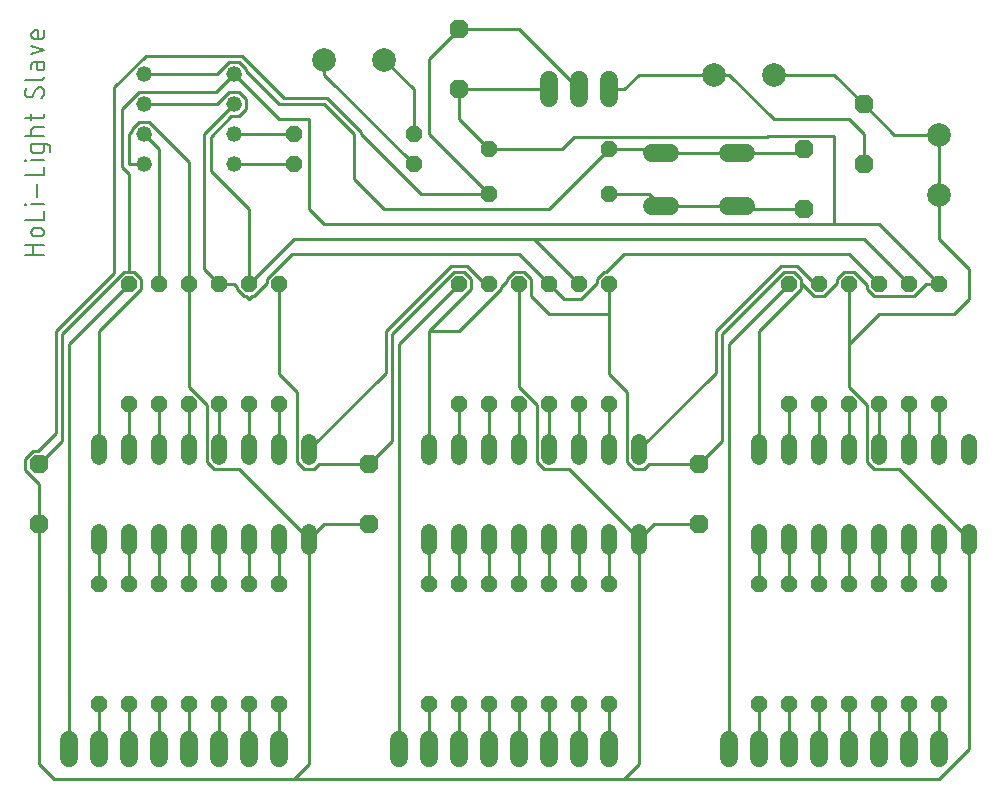
<source format=gbr>
G04 EAGLE Gerber RS-274X export*
G75*
%MOMM*%
%FSLAX34Y34*%
%LPD*%
%INTop Copper*%
%IPPOS*%
%AMOC8*
5,1,8,0,0,1.08239X$1,22.5*%
G01*
%ADD10C,0.152400*%
%ADD11P,1.732040X8X292.500000*%
%ADD12P,1.732040X8X112.500000*%
%ADD13C,1.320800*%
%ADD14C,1.524000*%
%ADD15P,1.429621X8X112.500000*%
%ADD16P,1.429621X8X292.500000*%
%ADD17P,1.429621X8X202.500000*%
%ADD18P,1.429621X8X22.500000*%
%ADD19C,1.320800*%
%ADD20C,2.000000*%
%ADD21C,0.254000*%


D10*
X42418Y456446D02*
X26162Y456446D01*
X33387Y456446D02*
X33387Y465477D01*
X26162Y465477D02*
X42418Y465477D01*
X38806Y472459D02*
X35193Y472459D01*
X35193Y472460D02*
X35074Y472462D01*
X34954Y472468D01*
X34835Y472478D01*
X34717Y472492D01*
X34598Y472509D01*
X34481Y472531D01*
X34364Y472556D01*
X34249Y472586D01*
X34134Y472619D01*
X34020Y472656D01*
X33908Y472696D01*
X33797Y472741D01*
X33688Y472789D01*
X33580Y472840D01*
X33474Y472895D01*
X33370Y472954D01*
X33268Y473016D01*
X33168Y473081D01*
X33070Y473150D01*
X32974Y473222D01*
X32881Y473297D01*
X32791Y473374D01*
X32703Y473455D01*
X32618Y473539D01*
X32536Y473626D01*
X32456Y473715D01*
X32380Y473807D01*
X32306Y473901D01*
X32236Y473998D01*
X32169Y474096D01*
X32105Y474197D01*
X32045Y474301D01*
X31988Y474406D01*
X31935Y474513D01*
X31885Y474621D01*
X31839Y474731D01*
X31797Y474843D01*
X31758Y474956D01*
X31723Y475070D01*
X31692Y475185D01*
X31664Y475302D01*
X31641Y475419D01*
X31621Y475536D01*
X31605Y475655D01*
X31593Y475774D01*
X31585Y475893D01*
X31581Y476012D01*
X31581Y476132D01*
X31585Y476251D01*
X31593Y476370D01*
X31605Y476489D01*
X31621Y476608D01*
X31641Y476725D01*
X31664Y476842D01*
X31692Y476959D01*
X31723Y477074D01*
X31758Y477188D01*
X31797Y477301D01*
X31839Y477413D01*
X31885Y477523D01*
X31935Y477631D01*
X31988Y477738D01*
X32045Y477843D01*
X32105Y477947D01*
X32169Y478048D01*
X32236Y478146D01*
X32306Y478243D01*
X32380Y478337D01*
X32456Y478429D01*
X32536Y478518D01*
X32618Y478605D01*
X32703Y478689D01*
X32791Y478770D01*
X32881Y478847D01*
X32974Y478922D01*
X33070Y478994D01*
X33168Y479063D01*
X33268Y479128D01*
X33370Y479190D01*
X33474Y479249D01*
X33580Y479304D01*
X33688Y479355D01*
X33797Y479403D01*
X33908Y479448D01*
X34020Y479488D01*
X34134Y479525D01*
X34249Y479558D01*
X34364Y479588D01*
X34481Y479613D01*
X34598Y479635D01*
X34717Y479652D01*
X34835Y479666D01*
X34954Y479676D01*
X35074Y479682D01*
X35193Y479684D01*
X38806Y479684D01*
X38925Y479682D01*
X39045Y479676D01*
X39164Y479666D01*
X39282Y479652D01*
X39401Y479635D01*
X39518Y479613D01*
X39635Y479588D01*
X39750Y479558D01*
X39865Y479525D01*
X39979Y479488D01*
X40091Y479448D01*
X40202Y479403D01*
X40311Y479355D01*
X40419Y479304D01*
X40525Y479249D01*
X40629Y479190D01*
X40731Y479128D01*
X40831Y479063D01*
X40929Y478994D01*
X41025Y478922D01*
X41118Y478847D01*
X41208Y478770D01*
X41296Y478689D01*
X41381Y478605D01*
X41463Y478518D01*
X41543Y478429D01*
X41619Y478337D01*
X41693Y478243D01*
X41763Y478146D01*
X41830Y478048D01*
X41894Y477947D01*
X41954Y477843D01*
X42011Y477738D01*
X42064Y477631D01*
X42114Y477523D01*
X42160Y477413D01*
X42202Y477301D01*
X42241Y477188D01*
X42276Y477074D01*
X42307Y476959D01*
X42335Y476842D01*
X42358Y476725D01*
X42378Y476608D01*
X42394Y476489D01*
X42406Y476370D01*
X42414Y476251D01*
X42418Y476132D01*
X42418Y476012D01*
X42414Y475893D01*
X42406Y475774D01*
X42394Y475655D01*
X42378Y475536D01*
X42358Y475419D01*
X42335Y475302D01*
X42307Y475185D01*
X42276Y475070D01*
X42241Y474956D01*
X42202Y474843D01*
X42160Y474731D01*
X42114Y474621D01*
X42064Y474513D01*
X42011Y474406D01*
X41954Y474301D01*
X41894Y474197D01*
X41830Y474096D01*
X41763Y473998D01*
X41693Y473901D01*
X41619Y473807D01*
X41543Y473715D01*
X41463Y473626D01*
X41381Y473539D01*
X41296Y473455D01*
X41208Y473374D01*
X41118Y473297D01*
X41025Y473222D01*
X40929Y473150D01*
X40831Y473081D01*
X40731Y473016D01*
X40629Y472954D01*
X40525Y472895D01*
X40419Y472840D01*
X40311Y472789D01*
X40202Y472741D01*
X40091Y472696D01*
X39979Y472656D01*
X39865Y472619D01*
X39750Y472586D01*
X39635Y472556D01*
X39518Y472531D01*
X39401Y472509D01*
X39282Y472492D01*
X39164Y472478D01*
X39045Y472468D01*
X38925Y472462D01*
X38806Y472460D01*
X42418Y486696D02*
X26162Y486696D01*
X42418Y486696D02*
X42418Y493921D01*
X42418Y499518D02*
X31581Y499518D01*
X27065Y499067D02*
X26162Y499067D01*
X26162Y499970D01*
X27065Y499970D01*
X27065Y499067D01*
X36096Y506084D02*
X36096Y516921D01*
X42418Y524211D02*
X26162Y524211D01*
X42418Y524211D02*
X42418Y531436D01*
X42418Y537033D02*
X31581Y537033D01*
X27065Y536582D02*
X26162Y536582D01*
X26162Y537485D01*
X27065Y537485D01*
X27065Y536582D01*
X42418Y545957D02*
X42418Y550472D01*
X42418Y545957D02*
X42416Y545856D01*
X42410Y545755D01*
X42401Y545654D01*
X42388Y545553D01*
X42371Y545453D01*
X42350Y545354D01*
X42326Y545256D01*
X42298Y545159D01*
X42266Y545062D01*
X42231Y544967D01*
X42192Y544874D01*
X42150Y544782D01*
X42104Y544691D01*
X42055Y544603D01*
X42003Y544516D01*
X41947Y544431D01*
X41889Y544348D01*
X41827Y544268D01*
X41762Y544190D01*
X41695Y544114D01*
X41625Y544041D01*
X41552Y543971D01*
X41476Y543904D01*
X41398Y543839D01*
X41318Y543777D01*
X41235Y543719D01*
X41150Y543663D01*
X41063Y543611D01*
X40975Y543562D01*
X40884Y543516D01*
X40792Y543474D01*
X40699Y543435D01*
X40604Y543400D01*
X40507Y543368D01*
X40410Y543340D01*
X40312Y543316D01*
X40213Y543295D01*
X40113Y543278D01*
X40012Y543265D01*
X39911Y543256D01*
X39810Y543250D01*
X39709Y543248D01*
X39709Y543247D02*
X34290Y543247D01*
X34290Y543248D02*
X34189Y543250D01*
X34088Y543256D01*
X33987Y543265D01*
X33886Y543278D01*
X33786Y543295D01*
X33687Y543316D01*
X33589Y543340D01*
X33492Y543368D01*
X33395Y543400D01*
X33300Y543435D01*
X33207Y543474D01*
X33115Y543516D01*
X33024Y543562D01*
X32936Y543611D01*
X32849Y543663D01*
X32764Y543719D01*
X32681Y543777D01*
X32601Y543839D01*
X32523Y543904D01*
X32447Y543971D01*
X32374Y544041D01*
X32304Y544114D01*
X32237Y544190D01*
X32172Y544268D01*
X32110Y544348D01*
X32052Y544431D01*
X31996Y544516D01*
X31944Y544603D01*
X31895Y544691D01*
X31849Y544782D01*
X31807Y544874D01*
X31768Y544967D01*
X31733Y545062D01*
X31701Y545159D01*
X31673Y545256D01*
X31649Y545354D01*
X31628Y545453D01*
X31611Y545553D01*
X31598Y545654D01*
X31589Y545755D01*
X31583Y545856D01*
X31581Y545957D01*
X31581Y550472D01*
X45127Y550472D01*
X45228Y550470D01*
X45329Y550464D01*
X45430Y550455D01*
X45531Y550442D01*
X45631Y550425D01*
X45730Y550404D01*
X45828Y550380D01*
X45925Y550352D01*
X46022Y550320D01*
X46117Y550285D01*
X46210Y550246D01*
X46302Y550204D01*
X46393Y550158D01*
X46482Y550109D01*
X46568Y550057D01*
X46653Y550001D01*
X46736Y549943D01*
X46816Y549881D01*
X46894Y549816D01*
X46970Y549749D01*
X47043Y549679D01*
X47113Y549606D01*
X47180Y549530D01*
X47245Y549452D01*
X47307Y549372D01*
X47365Y549289D01*
X47421Y549204D01*
X47473Y549118D01*
X47522Y549029D01*
X47568Y548938D01*
X47610Y548846D01*
X47649Y548753D01*
X47684Y548658D01*
X47716Y548561D01*
X47744Y548464D01*
X47768Y548366D01*
X47789Y548267D01*
X47806Y548167D01*
X47819Y548066D01*
X47828Y547965D01*
X47834Y547864D01*
X47836Y547763D01*
X47837Y547763D02*
X47837Y544151D01*
X42418Y557910D02*
X26162Y557910D01*
X31581Y557910D02*
X31581Y562425D01*
X31583Y562529D01*
X31589Y562632D01*
X31599Y562736D01*
X31613Y562839D01*
X31631Y562941D01*
X31652Y563042D01*
X31678Y563143D01*
X31707Y563242D01*
X31740Y563341D01*
X31777Y563438D01*
X31818Y563533D01*
X31862Y563627D01*
X31910Y563719D01*
X31961Y563809D01*
X32016Y563898D01*
X32074Y563984D01*
X32136Y564067D01*
X32200Y564149D01*
X32268Y564227D01*
X32338Y564303D01*
X32411Y564377D01*
X32488Y564447D01*
X32566Y564515D01*
X32648Y564579D01*
X32731Y564641D01*
X32817Y564699D01*
X32906Y564754D01*
X32996Y564805D01*
X33088Y564853D01*
X33182Y564897D01*
X33277Y564938D01*
X33374Y564975D01*
X33473Y565008D01*
X33572Y565037D01*
X33673Y565063D01*
X33774Y565084D01*
X33876Y565102D01*
X33979Y565116D01*
X34083Y565126D01*
X34186Y565132D01*
X34290Y565134D01*
X34290Y565135D02*
X42418Y565135D01*
X31581Y570681D02*
X31581Y576099D01*
X26162Y572487D02*
X39709Y572487D01*
X39810Y572489D01*
X39911Y572495D01*
X40012Y572504D01*
X40113Y572517D01*
X40213Y572534D01*
X40312Y572555D01*
X40410Y572579D01*
X40507Y572607D01*
X40604Y572639D01*
X40699Y572674D01*
X40792Y572713D01*
X40884Y572755D01*
X40975Y572801D01*
X41063Y572850D01*
X41150Y572902D01*
X41235Y572958D01*
X41318Y573016D01*
X41398Y573078D01*
X41476Y573143D01*
X41552Y573210D01*
X41625Y573280D01*
X41695Y573353D01*
X41762Y573429D01*
X41827Y573507D01*
X41889Y573587D01*
X41947Y573670D01*
X42003Y573755D01*
X42055Y573842D01*
X42104Y573930D01*
X42150Y574021D01*
X42192Y574113D01*
X42231Y574206D01*
X42266Y574301D01*
X42298Y574398D01*
X42326Y574495D01*
X42350Y574593D01*
X42371Y574692D01*
X42388Y574792D01*
X42401Y574893D01*
X42410Y574994D01*
X42416Y575095D01*
X42418Y575196D01*
X42418Y576099D01*
X42418Y595251D02*
X42416Y595369D01*
X42410Y595487D01*
X42401Y595605D01*
X42387Y595722D01*
X42370Y595839D01*
X42349Y595956D01*
X42324Y596071D01*
X42295Y596186D01*
X42262Y596300D01*
X42226Y596412D01*
X42186Y596523D01*
X42143Y596633D01*
X42096Y596742D01*
X42046Y596849D01*
X41991Y596954D01*
X41934Y597057D01*
X41873Y597158D01*
X41809Y597258D01*
X41742Y597355D01*
X41672Y597450D01*
X41598Y597542D01*
X41522Y597633D01*
X41442Y597720D01*
X41360Y597805D01*
X41275Y597887D01*
X41188Y597967D01*
X41097Y598043D01*
X41005Y598117D01*
X40910Y598187D01*
X40813Y598254D01*
X40713Y598318D01*
X40612Y598379D01*
X40509Y598436D01*
X40404Y598491D01*
X40297Y598541D01*
X40188Y598588D01*
X40078Y598631D01*
X39967Y598671D01*
X39855Y598707D01*
X39741Y598740D01*
X39626Y598769D01*
X39511Y598794D01*
X39394Y598815D01*
X39277Y598832D01*
X39160Y598846D01*
X39042Y598855D01*
X38924Y598861D01*
X38806Y598863D01*
X42418Y595251D02*
X42416Y595068D01*
X42409Y594886D01*
X42398Y594704D01*
X42383Y594522D01*
X42363Y594340D01*
X42340Y594159D01*
X42311Y593979D01*
X42279Y593799D01*
X42242Y593620D01*
X42201Y593443D01*
X42155Y593266D01*
X42106Y593090D01*
X42052Y592916D01*
X41994Y592742D01*
X41932Y592571D01*
X41866Y592401D01*
X41795Y592232D01*
X41721Y592065D01*
X41643Y591900D01*
X41561Y591737D01*
X41475Y591576D01*
X41385Y591417D01*
X41291Y591260D01*
X41194Y591106D01*
X41093Y590954D01*
X40988Y590804D01*
X40880Y590657D01*
X40769Y590513D01*
X40654Y590371D01*
X40535Y590232D01*
X40413Y590096D01*
X40288Y589963D01*
X40160Y589833D01*
X29774Y590284D02*
X29656Y590286D01*
X29538Y590292D01*
X29420Y590301D01*
X29303Y590315D01*
X29186Y590332D01*
X29069Y590353D01*
X28954Y590378D01*
X28839Y590407D01*
X28725Y590440D01*
X28613Y590476D01*
X28502Y590516D01*
X28392Y590559D01*
X28283Y590606D01*
X28176Y590656D01*
X28071Y590711D01*
X27968Y590768D01*
X27867Y590829D01*
X27767Y590893D01*
X27670Y590960D01*
X27575Y591030D01*
X27483Y591104D01*
X27392Y591180D01*
X27305Y591260D01*
X27220Y591342D01*
X27138Y591427D01*
X27058Y591514D01*
X26982Y591605D01*
X26908Y591697D01*
X26838Y591792D01*
X26771Y591889D01*
X26707Y591989D01*
X26646Y592090D01*
X26589Y592193D01*
X26534Y592298D01*
X26484Y592405D01*
X26437Y592514D01*
X26394Y592624D01*
X26354Y592735D01*
X26318Y592847D01*
X26285Y592961D01*
X26256Y593076D01*
X26231Y593191D01*
X26210Y593308D01*
X26193Y593425D01*
X26179Y593542D01*
X26170Y593660D01*
X26164Y593778D01*
X26162Y593896D01*
X26164Y594057D01*
X26170Y594219D01*
X26179Y594380D01*
X26193Y594541D01*
X26210Y594701D01*
X26231Y594861D01*
X26256Y595021D01*
X26285Y595180D01*
X26317Y595338D01*
X26353Y595495D01*
X26393Y595651D01*
X26437Y595807D01*
X26485Y595961D01*
X26536Y596114D01*
X26590Y596266D01*
X26649Y596417D01*
X26710Y596566D01*
X26776Y596713D01*
X26845Y596859D01*
X26917Y597004D01*
X26993Y597146D01*
X27072Y597287D01*
X27154Y597426D01*
X27240Y597562D01*
X27329Y597697D01*
X27421Y597830D01*
X27517Y597960D01*
X32935Y592090D02*
X32873Y591989D01*
X32808Y591889D01*
X32739Y591792D01*
X32667Y591697D01*
X32593Y591604D01*
X32515Y591514D01*
X32434Y591426D01*
X32351Y591341D01*
X32265Y591259D01*
X32176Y591180D01*
X32085Y591103D01*
X31991Y591030D01*
X31895Y590959D01*
X31797Y590892D01*
X31697Y590828D01*
X31594Y590767D01*
X31490Y590710D01*
X31384Y590656D01*
X31276Y590606D01*
X31167Y590559D01*
X31056Y590515D01*
X30944Y590475D01*
X30830Y590439D01*
X30716Y590407D01*
X30600Y590378D01*
X30484Y590353D01*
X30367Y590332D01*
X30249Y590315D01*
X30131Y590301D01*
X30012Y590292D01*
X29893Y590286D01*
X29774Y590284D01*
X35645Y597057D02*
X35707Y597158D01*
X35772Y597258D01*
X35841Y597355D01*
X35913Y597450D01*
X35987Y597543D01*
X36065Y597633D01*
X36146Y597721D01*
X36229Y597806D01*
X36315Y597888D01*
X36404Y597967D01*
X36495Y598044D01*
X36589Y598117D01*
X36685Y598188D01*
X36783Y598255D01*
X36883Y598319D01*
X36986Y598380D01*
X37090Y598437D01*
X37196Y598491D01*
X37304Y598541D01*
X37413Y598588D01*
X37524Y598632D01*
X37636Y598672D01*
X37750Y598708D01*
X37864Y598740D01*
X37980Y598769D01*
X38096Y598794D01*
X38213Y598815D01*
X38331Y598832D01*
X38449Y598846D01*
X38568Y598855D01*
X38687Y598861D01*
X38806Y598863D01*
X35645Y597057D02*
X32935Y592090D01*
X26162Y605040D02*
X39709Y605040D01*
X39709Y605041D02*
X39810Y605043D01*
X39911Y605049D01*
X40012Y605058D01*
X40113Y605071D01*
X40213Y605088D01*
X40312Y605109D01*
X40410Y605133D01*
X40507Y605161D01*
X40604Y605193D01*
X40699Y605228D01*
X40792Y605267D01*
X40884Y605309D01*
X40975Y605355D01*
X41063Y605404D01*
X41150Y605456D01*
X41235Y605512D01*
X41318Y605570D01*
X41398Y605632D01*
X41476Y605697D01*
X41552Y605764D01*
X41625Y605834D01*
X41695Y605907D01*
X41762Y605983D01*
X41827Y606061D01*
X41889Y606141D01*
X41947Y606224D01*
X42003Y606309D01*
X42055Y606396D01*
X42104Y606484D01*
X42150Y606575D01*
X42192Y606667D01*
X42231Y606760D01*
X42266Y606855D01*
X42298Y606952D01*
X42326Y607049D01*
X42350Y607147D01*
X42371Y607246D01*
X42388Y607346D01*
X42401Y607447D01*
X42410Y607548D01*
X42416Y607649D01*
X42418Y607750D01*
X36096Y616228D02*
X36096Y620292D01*
X36096Y616228D02*
X36098Y616116D01*
X36104Y616005D01*
X36114Y615894D01*
X36127Y615783D01*
X36145Y615673D01*
X36167Y615564D01*
X36192Y615455D01*
X36221Y615347D01*
X36254Y615241D01*
X36291Y615135D01*
X36331Y615031D01*
X36375Y614929D01*
X36423Y614828D01*
X36474Y614729D01*
X36529Y614631D01*
X36587Y614536D01*
X36648Y614443D01*
X36713Y614352D01*
X36781Y614263D01*
X36852Y614177D01*
X36925Y614094D01*
X37002Y614013D01*
X37082Y613934D01*
X37164Y613859D01*
X37249Y613787D01*
X37336Y613717D01*
X37426Y613651D01*
X37518Y613588D01*
X37613Y613528D01*
X37709Y613472D01*
X37807Y613419D01*
X37907Y613370D01*
X38009Y613324D01*
X38112Y613282D01*
X38217Y613243D01*
X38323Y613208D01*
X38430Y613177D01*
X38538Y613150D01*
X38647Y613126D01*
X38757Y613107D01*
X38867Y613091D01*
X38978Y613079D01*
X39090Y613071D01*
X39201Y613067D01*
X39313Y613067D01*
X39424Y613071D01*
X39536Y613079D01*
X39647Y613091D01*
X39757Y613107D01*
X39867Y613126D01*
X39976Y613150D01*
X40084Y613177D01*
X40191Y613208D01*
X40297Y613243D01*
X40402Y613282D01*
X40505Y613324D01*
X40607Y613370D01*
X40707Y613419D01*
X40805Y613472D01*
X40901Y613528D01*
X40996Y613588D01*
X41088Y613651D01*
X41178Y613717D01*
X41265Y613787D01*
X41350Y613859D01*
X41432Y613934D01*
X41512Y614013D01*
X41589Y614094D01*
X41662Y614177D01*
X41733Y614263D01*
X41801Y614352D01*
X41866Y614443D01*
X41927Y614536D01*
X41985Y614631D01*
X42040Y614729D01*
X42091Y614828D01*
X42139Y614929D01*
X42183Y615031D01*
X42223Y615135D01*
X42260Y615241D01*
X42293Y615347D01*
X42322Y615455D01*
X42347Y615564D01*
X42369Y615673D01*
X42387Y615783D01*
X42400Y615894D01*
X42410Y616005D01*
X42416Y616116D01*
X42418Y616228D01*
X42418Y620292D01*
X34290Y620292D01*
X34290Y620291D02*
X34189Y620289D01*
X34088Y620283D01*
X33987Y620274D01*
X33886Y620261D01*
X33786Y620244D01*
X33687Y620223D01*
X33589Y620199D01*
X33492Y620171D01*
X33395Y620139D01*
X33300Y620104D01*
X33207Y620065D01*
X33115Y620023D01*
X33024Y619977D01*
X32936Y619928D01*
X32849Y619876D01*
X32764Y619820D01*
X32681Y619762D01*
X32601Y619700D01*
X32523Y619635D01*
X32447Y619568D01*
X32374Y619498D01*
X32304Y619425D01*
X32237Y619349D01*
X32172Y619271D01*
X32110Y619191D01*
X32052Y619108D01*
X31996Y619023D01*
X31944Y618937D01*
X31895Y618848D01*
X31849Y618757D01*
X31807Y618665D01*
X31768Y618572D01*
X31733Y618477D01*
X31701Y618380D01*
X31673Y618283D01*
X31649Y618185D01*
X31628Y618086D01*
X31611Y617986D01*
X31598Y617885D01*
X31589Y617784D01*
X31583Y617683D01*
X31581Y617582D01*
X31581Y613970D01*
X31581Y626687D02*
X42418Y630300D01*
X31581Y633912D01*
X42418Y642422D02*
X42418Y646938D01*
X42418Y642422D02*
X42416Y642321D01*
X42410Y642220D01*
X42401Y642119D01*
X42388Y642018D01*
X42371Y641918D01*
X42350Y641819D01*
X42326Y641721D01*
X42298Y641624D01*
X42266Y641527D01*
X42231Y641432D01*
X42192Y641339D01*
X42150Y641247D01*
X42104Y641156D01*
X42055Y641068D01*
X42003Y640981D01*
X41947Y640896D01*
X41889Y640813D01*
X41827Y640733D01*
X41762Y640655D01*
X41695Y640579D01*
X41625Y640506D01*
X41552Y640436D01*
X41476Y640369D01*
X41398Y640304D01*
X41318Y640242D01*
X41235Y640184D01*
X41150Y640128D01*
X41063Y640076D01*
X40975Y640027D01*
X40884Y639981D01*
X40792Y639939D01*
X40699Y639900D01*
X40604Y639865D01*
X40507Y639833D01*
X40410Y639805D01*
X40312Y639781D01*
X40213Y639760D01*
X40113Y639743D01*
X40012Y639730D01*
X39911Y639721D01*
X39810Y639715D01*
X39709Y639713D01*
X35193Y639713D01*
X35193Y639714D02*
X35074Y639716D01*
X34954Y639722D01*
X34835Y639732D01*
X34717Y639746D01*
X34598Y639763D01*
X34481Y639785D01*
X34364Y639810D01*
X34249Y639840D01*
X34134Y639873D01*
X34020Y639910D01*
X33908Y639950D01*
X33797Y639995D01*
X33688Y640043D01*
X33580Y640094D01*
X33474Y640149D01*
X33370Y640208D01*
X33268Y640270D01*
X33168Y640335D01*
X33070Y640404D01*
X32974Y640476D01*
X32881Y640551D01*
X32791Y640628D01*
X32703Y640709D01*
X32618Y640793D01*
X32536Y640880D01*
X32456Y640969D01*
X32380Y641061D01*
X32306Y641155D01*
X32236Y641252D01*
X32169Y641350D01*
X32105Y641451D01*
X32045Y641555D01*
X31988Y641660D01*
X31935Y641767D01*
X31885Y641875D01*
X31839Y641985D01*
X31797Y642097D01*
X31758Y642210D01*
X31723Y642324D01*
X31692Y642439D01*
X31664Y642556D01*
X31641Y642673D01*
X31621Y642790D01*
X31605Y642909D01*
X31593Y643028D01*
X31585Y643147D01*
X31581Y643266D01*
X31581Y643386D01*
X31585Y643505D01*
X31593Y643624D01*
X31605Y643743D01*
X31621Y643862D01*
X31641Y643979D01*
X31664Y644096D01*
X31692Y644213D01*
X31723Y644328D01*
X31758Y644442D01*
X31797Y644555D01*
X31839Y644667D01*
X31885Y644777D01*
X31935Y644885D01*
X31988Y644992D01*
X32045Y645097D01*
X32105Y645201D01*
X32169Y645302D01*
X32236Y645400D01*
X32306Y645497D01*
X32380Y645591D01*
X32456Y645683D01*
X32536Y645772D01*
X32618Y645859D01*
X32703Y645943D01*
X32791Y646024D01*
X32881Y646101D01*
X32974Y646176D01*
X33070Y646248D01*
X33168Y646317D01*
X33268Y646382D01*
X33370Y646444D01*
X33474Y646503D01*
X33580Y646558D01*
X33688Y646609D01*
X33797Y646657D01*
X33908Y646702D01*
X34020Y646742D01*
X34134Y646779D01*
X34249Y646812D01*
X34364Y646842D01*
X34481Y646867D01*
X34598Y646889D01*
X34717Y646906D01*
X34835Y646920D01*
X34954Y646930D01*
X35074Y646936D01*
X35193Y646938D01*
X36999Y646938D01*
X36999Y639713D01*
D11*
X317500Y279400D03*
X317500Y228600D03*
X596900Y279400D03*
X596900Y228600D03*
X736600Y584200D03*
X736600Y533400D03*
X393700Y647700D03*
X393700Y596900D03*
X38100Y279400D03*
X38100Y228600D03*
D12*
X685800Y495300D03*
X685800Y546100D03*
D13*
X368300Y222504D02*
X368300Y209296D01*
X393700Y209296D02*
X393700Y222504D01*
X520700Y222504D02*
X520700Y209296D01*
X546100Y209296D02*
X546100Y222504D01*
X419100Y222504D02*
X419100Y209296D01*
X444500Y209296D02*
X444500Y222504D01*
X495300Y222504D02*
X495300Y209296D01*
X469900Y209296D02*
X469900Y222504D01*
X546100Y285496D02*
X546100Y298704D01*
X520700Y298704D02*
X520700Y285496D01*
X495300Y285496D02*
X495300Y298704D01*
X469900Y298704D02*
X469900Y285496D01*
X444500Y285496D02*
X444500Y298704D01*
X419100Y298704D02*
X419100Y285496D01*
X393700Y285496D02*
X393700Y298704D01*
X368300Y298704D02*
X368300Y285496D01*
X88900Y222504D02*
X88900Y209296D01*
X114300Y209296D02*
X114300Y222504D01*
X241300Y222504D02*
X241300Y209296D01*
X266700Y209296D02*
X266700Y222504D01*
X139700Y222504D02*
X139700Y209296D01*
X165100Y209296D02*
X165100Y222504D01*
X215900Y222504D02*
X215900Y209296D01*
X190500Y209296D02*
X190500Y222504D01*
X266700Y285496D02*
X266700Y298704D01*
X241300Y298704D02*
X241300Y285496D01*
X215900Y285496D02*
X215900Y298704D01*
X190500Y298704D02*
X190500Y285496D01*
X165100Y285496D02*
X165100Y298704D01*
X139700Y298704D02*
X139700Y285496D01*
X114300Y285496D02*
X114300Y298704D01*
X88900Y298704D02*
X88900Y285496D01*
X647700Y222504D02*
X647700Y209296D01*
X673100Y209296D02*
X673100Y222504D01*
X800100Y222504D02*
X800100Y209296D01*
X825500Y209296D02*
X825500Y222504D01*
X698500Y222504D02*
X698500Y209296D01*
X723900Y209296D02*
X723900Y222504D01*
X774700Y222504D02*
X774700Y209296D01*
X749300Y209296D02*
X749300Y222504D01*
X825500Y285496D02*
X825500Y298704D01*
X800100Y298704D02*
X800100Y285496D01*
X774700Y285496D02*
X774700Y298704D01*
X749300Y298704D02*
X749300Y285496D01*
X723900Y285496D02*
X723900Y298704D01*
X698500Y298704D02*
X698500Y285496D01*
X673100Y285496D02*
X673100Y298704D01*
X647700Y298704D02*
X647700Y285496D01*
D14*
X520700Y589280D02*
X520700Y604520D01*
X495300Y604520D02*
X495300Y589280D01*
X469900Y589280D02*
X469900Y604520D01*
X63500Y45720D02*
X63500Y30480D01*
X88900Y30480D02*
X88900Y45720D01*
X114300Y45720D02*
X114300Y30480D01*
X139700Y30480D02*
X139700Y45720D01*
X165100Y45720D02*
X165100Y30480D01*
X190500Y30480D02*
X190500Y45720D01*
X215900Y45720D02*
X215900Y30480D01*
X241300Y30480D02*
X241300Y45720D01*
X342900Y45720D02*
X342900Y30480D01*
X368300Y30480D02*
X368300Y45720D01*
X393700Y45720D02*
X393700Y30480D01*
X419100Y30480D02*
X419100Y45720D01*
X444500Y45720D02*
X444500Y30480D01*
X469900Y30480D02*
X469900Y45720D01*
X495300Y45720D02*
X495300Y30480D01*
X520700Y30480D02*
X520700Y45720D01*
X622300Y45720D02*
X622300Y30480D01*
X647700Y30480D02*
X647700Y45720D01*
X673100Y45720D02*
X673100Y30480D01*
X698500Y30480D02*
X698500Y45720D01*
X723900Y45720D02*
X723900Y30480D01*
X749300Y30480D02*
X749300Y45720D01*
X774700Y45720D02*
X774700Y30480D01*
X800100Y30480D02*
X800100Y45720D01*
D15*
X114300Y330200D03*
X114300Y431800D03*
D16*
X139700Y431800D03*
X139700Y330200D03*
X241300Y431800D03*
X241300Y330200D03*
X215900Y431800D03*
X215900Y330200D03*
X190500Y431800D03*
X190500Y330200D03*
D15*
X393700Y330200D03*
X393700Y431800D03*
D16*
X368300Y177800D03*
X368300Y76200D03*
X393700Y177800D03*
X393700Y76200D03*
X419100Y177800D03*
X419100Y76200D03*
X444500Y177800D03*
X444500Y76200D03*
X469900Y177800D03*
X469900Y76200D03*
X88900Y177800D03*
X88900Y76200D03*
X495300Y177800D03*
X495300Y76200D03*
X520700Y177800D03*
X520700Y76200D03*
X444500Y431800D03*
X444500Y330200D03*
X419100Y431800D03*
X419100Y330200D03*
X520700Y431800D03*
X520700Y330200D03*
X495300Y431800D03*
X495300Y330200D03*
X469900Y431800D03*
X469900Y330200D03*
D15*
X673100Y330200D03*
X673100Y431800D03*
D16*
X647700Y177800D03*
X647700Y76200D03*
X673100Y177800D03*
X673100Y76200D03*
X114300Y177800D03*
X114300Y76200D03*
X698500Y177800D03*
X698500Y76200D03*
X723900Y177800D03*
X723900Y76200D03*
X749300Y177800D03*
X749300Y76200D03*
X774700Y177800D03*
X774700Y76200D03*
X800100Y177800D03*
X800100Y76200D03*
X723900Y431800D03*
X723900Y330200D03*
X698500Y431800D03*
X698500Y330200D03*
X800100Y431800D03*
X800100Y330200D03*
X774700Y431800D03*
X774700Y330200D03*
X749300Y431800D03*
X749300Y330200D03*
X139700Y177800D03*
X139700Y76200D03*
D17*
X355600Y533400D03*
X254000Y533400D03*
X355600Y558800D03*
X254000Y558800D03*
D18*
X419100Y546100D03*
X520700Y546100D03*
X419100Y508000D03*
X520700Y508000D03*
D16*
X165100Y177800D03*
X165100Y76200D03*
X190500Y177800D03*
X190500Y76200D03*
X215900Y177800D03*
X215900Y76200D03*
X241300Y177800D03*
X241300Y76200D03*
X165100Y431800D03*
X165100Y330200D03*
D14*
X621792Y498094D02*
X637032Y498094D01*
X637032Y543306D02*
X621792Y543306D01*
X572008Y498094D02*
X556768Y498094D01*
X556768Y543306D02*
X572008Y543306D01*
D19*
X127000Y609600D03*
X127000Y584200D03*
X203200Y584200D03*
X203200Y609600D03*
X127000Y558800D03*
X127000Y533400D03*
X203200Y558800D03*
X203200Y533400D03*
D20*
X330411Y622050D03*
X279611Y622050D03*
X799850Y507789D03*
X799850Y558589D03*
X660611Y609350D03*
X609811Y609350D03*
D21*
X114300Y330200D02*
X114300Y292100D01*
X88900Y215900D02*
X88900Y177800D01*
X114300Y177800D02*
X114300Y215900D01*
X139700Y215900D02*
X139700Y177800D01*
X165100Y177800D02*
X165100Y215900D01*
X190500Y215900D02*
X190500Y177800D01*
X215900Y177800D02*
X215900Y215900D01*
X241300Y215900D02*
X241300Y177800D01*
X165100Y292100D02*
X165100Y330200D01*
X38100Y228600D02*
X38100Y25400D01*
X50800Y12700D01*
X254000Y12700D01*
X266700Y25400D01*
X266700Y215900D01*
X254000Y12700D02*
X533400Y12700D01*
X546100Y25400D01*
X546100Y215900D01*
X533400Y12700D02*
X800100Y12700D01*
X825500Y38100D01*
X825500Y215900D01*
X279400Y228600D02*
X266700Y215900D01*
X279400Y228600D02*
X317500Y228600D01*
X546100Y215900D02*
X558800Y228600D01*
X596900Y228600D01*
X465692Y275336D02*
X459740Y281288D01*
X444500Y344568D02*
X444500Y431800D01*
X486664Y275336D02*
X546100Y215900D01*
X486664Y275336D02*
X465692Y275336D01*
X459740Y329328D02*
X444500Y344568D01*
X459740Y329328D02*
X459740Y281288D01*
X739140Y281288D02*
X745092Y275336D01*
X723900Y381000D02*
X723900Y431800D01*
X723900Y381000D02*
X723900Y344568D01*
X766064Y275336D02*
X825500Y215900D01*
X766064Y275336D02*
X745092Y275336D01*
X739140Y329328D02*
X723900Y344568D01*
X739140Y329328D02*
X739140Y281288D01*
X186292Y275336D02*
X180340Y281288D01*
X165100Y344568D02*
X165100Y431800D01*
X207264Y275336D02*
X266700Y215900D01*
X207264Y275336D02*
X186292Y275336D01*
X180340Y329328D02*
X165100Y344568D01*
X180340Y329328D02*
X180340Y281288D01*
X799850Y507789D02*
X799850Y558589D01*
X749300Y406400D02*
X723900Y381000D01*
X749300Y406400D02*
X812800Y406400D01*
X825500Y419100D01*
X799850Y470150D02*
X799850Y507789D01*
X825500Y444500D02*
X825500Y419100D01*
X825500Y444500D02*
X799850Y470150D01*
X131208Y568960D02*
X122792Y568960D01*
X116840Y563008D01*
X116840Y561340D01*
X114300Y558800D01*
X131208Y568960D02*
X165100Y535068D01*
X165100Y431800D01*
X114300Y533400D02*
X114300Y558800D01*
X114300Y533400D02*
X127000Y533400D01*
X26543Y284187D02*
X26543Y274613D01*
X26543Y284187D02*
X33313Y290957D01*
X38100Y263056D02*
X38100Y228600D01*
X36957Y290957D02*
X33313Y290957D01*
X26543Y274613D02*
X38100Y263056D01*
X52324Y306324D02*
X52324Y392095D01*
X101600Y441371D01*
X52324Y306324D02*
X36957Y290957D01*
X245283Y589788D02*
X209723Y625348D01*
X128380Y625348D01*
X101600Y598568D01*
X101600Y441371D01*
X361188Y508000D02*
X419100Y508000D01*
X310388Y558800D02*
X310388Y561115D01*
X310388Y558800D02*
X361188Y508000D01*
X310388Y561115D02*
X281715Y589788D01*
X245283Y589788D01*
X368300Y558800D02*
X419100Y508000D01*
X368300Y558800D02*
X368300Y622300D01*
X393700Y647700D01*
X444500Y647700D01*
X495300Y596900D01*
X762211Y558589D02*
X799850Y558589D01*
X762211Y558589D02*
X736600Y584200D01*
X711450Y609350D01*
X660611Y609350D01*
X114300Y441960D02*
X110092Y441960D01*
X114300Y441960D02*
X118508Y441960D01*
X124460Y436008D01*
X124460Y427592D01*
X88900Y392032D02*
X88900Y292100D01*
X88900Y392032D02*
X124460Y427592D01*
X57912Y389780D02*
X57912Y299212D01*
X57912Y389780D02*
X110092Y441960D01*
X57912Y299212D02*
X38100Y279400D01*
X389492Y441960D02*
X397908Y441960D01*
X403860Y436008D01*
X403860Y427592D01*
X368300Y392032D02*
X368300Y292100D01*
X368300Y392032D02*
X403860Y427592D01*
X337312Y389780D02*
X337312Y299212D01*
X337312Y389780D02*
X389492Y441960D01*
X337312Y299212D02*
X317500Y279400D01*
X668892Y441960D02*
X677308Y441960D01*
X683260Y436008D01*
X683260Y431800D01*
X683260Y427592D01*
X647700Y392032D02*
X647700Y292100D01*
X647700Y392032D02*
X683260Y427592D01*
X616712Y389780D02*
X616712Y299212D01*
X616712Y389780D02*
X668892Y441960D01*
X616712Y299212D02*
X596900Y279400D01*
X241300Y355600D02*
X241300Y431800D01*
X256540Y281288D02*
X262492Y275336D01*
X270908Y275336D01*
X256540Y340360D02*
X241300Y355600D01*
X274972Y279400D02*
X270908Y275336D01*
X274972Y279400D02*
X317500Y279400D01*
X256540Y281288D02*
X256540Y340360D01*
X520700Y406400D02*
X520700Y431800D01*
X520700Y406400D02*
X520700Y355600D01*
X535940Y281288D02*
X541892Y275336D01*
X550308Y275336D01*
X535940Y340360D02*
X520700Y355600D01*
X554372Y279400D02*
X550308Y275336D01*
X554372Y279400D02*
X596900Y279400D01*
X535940Y281288D02*
X535940Y340360D01*
X694292Y421640D02*
X702708Y421640D01*
X713740Y436008D02*
X719692Y441960D01*
X728108Y441960D01*
X739140Y427592D02*
X745092Y421640D01*
X713740Y432672D02*
X713740Y436008D01*
X739140Y430928D02*
X739140Y427592D01*
X789068Y431800D02*
X800100Y431800D01*
X713740Y432672D02*
X702708Y421640D01*
X728108Y441960D02*
X739140Y430928D01*
X778908Y421640D02*
X789068Y431800D01*
X684132Y431800D02*
X683260Y431800D01*
X684132Y431800D02*
X694292Y421640D01*
X745092Y421640D02*
X778908Y421640D01*
X241300Y571500D02*
X203200Y609600D01*
X241300Y571500D02*
X266700Y571500D01*
X266700Y495300D01*
X279400Y482600D01*
X749300Y482600D02*
X800100Y431800D01*
X711200Y482600D02*
X279400Y482600D01*
X711200Y482600D02*
X749300Y482600D01*
X480932Y546100D02*
X419100Y546100D01*
X480932Y546100D02*
X491092Y556260D01*
X114300Y525497D02*
X108712Y531085D01*
X187960Y594360D02*
X203200Y609600D01*
X187960Y594360D02*
X122792Y594360D01*
X108712Y580280D02*
X108712Y531085D01*
X108712Y580280D02*
X122792Y594360D01*
X114300Y525497D02*
X114300Y441960D01*
X393700Y596900D02*
X469900Y596900D01*
X419100Y546100D02*
X393700Y571500D01*
X393700Y596900D01*
X429260Y429260D02*
X429260Y427592D01*
X393700Y392032D02*
X368300Y392032D01*
X393700Y392032D02*
X429260Y427592D01*
X434340Y436008D02*
X440292Y441960D01*
X448708Y441960D01*
X454660Y436008D01*
X434340Y436008D02*
X434340Y434340D01*
X454660Y421640D02*
X469900Y406400D01*
X454660Y421640D02*
X454660Y436008D01*
X434340Y434340D02*
X429260Y429260D01*
X469900Y406400D02*
X520700Y406400D01*
X491092Y556260D02*
X654216Y556260D01*
X655613Y557657D01*
X711200Y557657D01*
X711200Y482600D01*
X139700Y330200D02*
X139700Y292100D01*
X215900Y292100D02*
X215900Y330200D01*
X241300Y330200D02*
X241300Y292100D01*
X190500Y292100D02*
X190500Y330200D01*
X114300Y431800D02*
X63500Y381000D01*
X63500Y38100D01*
X88900Y38100D02*
X88900Y76200D01*
X114300Y76200D02*
X114300Y38100D01*
X139700Y38100D02*
X139700Y76200D01*
X165100Y76200D02*
X165100Y38100D01*
X190500Y38100D02*
X190500Y76200D01*
X215900Y76200D02*
X215900Y38100D01*
X241300Y38100D02*
X241300Y76200D01*
X393700Y292100D02*
X393700Y330200D01*
X368300Y215900D02*
X368300Y177800D01*
X393700Y177800D02*
X393700Y215900D01*
X419100Y215900D02*
X419100Y177800D01*
X444500Y177800D02*
X444500Y215900D01*
X469900Y215900D02*
X469900Y177800D01*
X495300Y177800D02*
X495300Y215900D01*
X520700Y215900D02*
X520700Y177800D01*
X444500Y292100D02*
X444500Y330200D01*
X419100Y330200D02*
X419100Y292100D01*
X495300Y292100D02*
X495300Y330200D01*
X520700Y330200D02*
X520700Y292100D01*
X469900Y292100D02*
X469900Y330200D01*
X393700Y431800D02*
X342900Y381000D01*
X342900Y38100D01*
X368300Y38100D02*
X368300Y76200D01*
X393700Y76200D02*
X393700Y38100D01*
X419100Y38100D02*
X419100Y76200D01*
X444500Y76200D02*
X444500Y38100D01*
X469900Y38100D02*
X469900Y76200D01*
X495300Y76200D02*
X495300Y38100D01*
X520700Y38100D02*
X520700Y76200D01*
X673100Y292100D02*
X673100Y330200D01*
X647700Y215900D02*
X647700Y177800D01*
X673100Y177800D02*
X673100Y215900D01*
X698500Y215900D02*
X698500Y177800D01*
X723900Y177800D02*
X723900Y215900D01*
X749300Y215900D02*
X749300Y177800D01*
X774700Y177800D02*
X774700Y215900D01*
X800100Y215900D02*
X800100Y177800D01*
X723900Y292100D02*
X723900Y330200D01*
X698500Y330200D02*
X698500Y292100D01*
X774700Y292100D02*
X774700Y330200D01*
X800100Y330200D02*
X800100Y292100D01*
X749300Y292100D02*
X749300Y330200D01*
X673100Y431800D02*
X622300Y381000D01*
X622300Y38100D01*
X647700Y38100D02*
X647700Y76200D01*
X673100Y76200D02*
X673100Y38100D01*
X698500Y38100D02*
X698500Y76200D01*
X723900Y76200D02*
X723900Y38100D01*
X749300Y38100D02*
X749300Y76200D01*
X774700Y76200D02*
X774700Y38100D01*
X800100Y38100D02*
X800100Y76200D01*
X331724Y357124D02*
X266700Y292100D01*
X331724Y357124D02*
X331724Y392095D01*
X387177Y447548D01*
X400223Y447548D01*
X415971Y431800D02*
X419100Y431800D01*
X415971Y431800D02*
X400223Y447548D01*
X546100Y292100D02*
X611124Y357124D01*
X611124Y392095D01*
X666577Y447548D01*
X679623Y447548D01*
X695371Y431800D02*
X698500Y431800D01*
X695371Y431800D02*
X679623Y447548D01*
X254000Y469900D02*
X215900Y431800D01*
X254000Y469900D02*
X457200Y469900D01*
X495300Y431800D01*
X457200Y469900D02*
X736600Y469900D01*
X774700Y431800D01*
X215900Y431800D02*
X215900Y495300D01*
X207408Y594360D02*
X198992Y594360D01*
X207408Y594360D02*
X213360Y588408D01*
X213360Y579992D01*
X207408Y574040D01*
X200943Y574040D01*
X183388Y556485D01*
X183388Y527812D01*
X215900Y495300D01*
X188832Y584200D02*
X127000Y584200D01*
X188832Y584200D02*
X198992Y594360D01*
X203200Y431800D02*
X190500Y431800D01*
X203200Y431800D02*
X205740Y429260D01*
X205740Y427592D01*
X211692Y421640D01*
X213360Y421640D01*
X215900Y419100D01*
X218440Y421640D01*
X220108Y421640D01*
X231140Y432672D01*
X231140Y436008D01*
X252332Y457200D01*
X444500Y457200D02*
X469900Y431800D01*
X444500Y457200D02*
X252332Y457200D01*
X469900Y431800D02*
X482600Y419100D01*
X510540Y436008D02*
X516492Y441960D01*
X518160Y441960D01*
X533400Y457200D01*
X510540Y432672D02*
X496968Y419100D01*
X510540Y432672D02*
X510540Y436008D01*
X496968Y419100D02*
X482600Y419100D01*
X533400Y457200D02*
X723900Y457200D01*
X749300Y431800D01*
X203200Y584200D02*
X177800Y558800D01*
X177800Y444500D02*
X190500Y431800D01*
X177800Y444500D02*
X177800Y558800D01*
X203200Y533400D02*
X254000Y533400D01*
X254000Y558800D02*
X203200Y558800D01*
X139700Y546100D02*
X127000Y558800D01*
X139700Y546100D02*
X139700Y431800D01*
X279611Y609389D02*
X355600Y533400D01*
X279611Y609389D02*
X279611Y622050D01*
X355600Y596861D02*
X355600Y558800D01*
X355600Y596861D02*
X330411Y622050D01*
X520700Y596900D02*
X533400Y596900D01*
X545850Y609350D01*
X609811Y609350D01*
X622550Y609350D01*
X723900Y571500D02*
X736600Y558800D01*
X736600Y533400D01*
X660400Y571500D02*
X622550Y609350D01*
X660400Y571500D02*
X723900Y571500D01*
X632206Y495300D02*
X629412Y498094D01*
X632206Y495300D02*
X685800Y495300D01*
X629412Y498094D02*
X564388Y498094D01*
X554482Y508000D02*
X520700Y508000D01*
X554482Y508000D02*
X564388Y498094D01*
X207408Y619760D02*
X198992Y619760D01*
X207408Y619760D02*
X213360Y613808D01*
X188832Y609600D02*
X127000Y609600D01*
X213360Y612140D02*
X213360Y613808D01*
X198992Y619760D02*
X188832Y609600D01*
X241300Y584200D02*
X279400Y584200D01*
X304800Y558800D01*
X304800Y520700D01*
X330200Y495300D01*
X469900Y495300D02*
X520700Y546100D01*
X241300Y584200D02*
X213360Y612140D01*
X330200Y495300D02*
X469900Y495300D01*
X629412Y543306D02*
X683006Y543306D01*
X685800Y546100D01*
X629412Y543306D02*
X564388Y543306D01*
X561594Y546100D02*
X520700Y546100D01*
X561594Y546100D02*
X564388Y543306D01*
M02*

</source>
